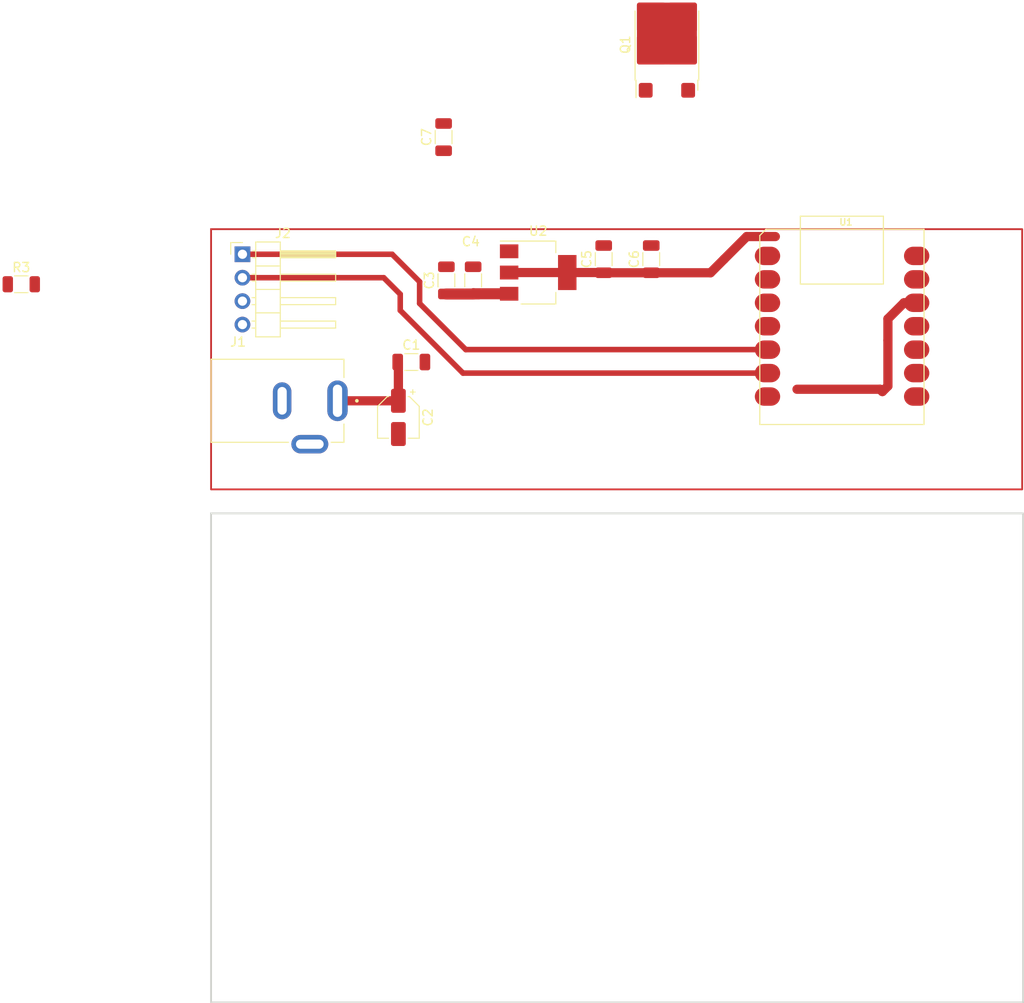
<source format=kicad_pcb>
(kicad_pcb (version 20221018) (generator pcbnew)
  (layers (0 "F.Cu" signal) (31 "B.Cu" signal) (34 "B.Paste" user) (35 "F.Paste" user) (36 "B.SilkS" user "B.Silkscreen") (37 "F.SilkS" user "F.Silkscreen") (38 "B.Mask" user) (39 "F.Mask" user) (44 "Edge.Cuts" user))
  (net 0 "")
  (net 1 "Heating Element")
  (net 2 "GNDREF")
  (net 3 "VDC")
  (net 4 "+3V3")
  (net 5 "Gate")
  (net 6 "VDivider_Ref")
  (net 10 "SDA")
  (net 11 "SCL")
  (net 17 "+5V")
  (footprint "Xiao-ESP32S3:MOUDLE14P-SMD-2.54-21X17.8MM" (layer "F.Cu") (at 161.065 59.91925)
    (fp_text reference "U1" (at 9.3345 -21.7805) (layer "F.SilkS") (effects (font (size 0.7 0.7))))
    (fp_text value "MOUDLE-SEEEDUINO-XIAO-ESP32S3")
    (fp_line (start 0 -20.3285) (end 0 0.15) (stroke (width 0.127)) (layer "F.SilkS"))
    (fp_line (start 0 0.15) (end 17.8 0.15) (stroke (width 0.127)) (layer "F.SilkS"))
    (fp_line (start 0.671541 -21) (end 0 -20.3285) (stroke (width 0.127)) (layer "F.SilkS"))
    (fp_line (start 4.396 -15.072) (end 4.396 -22.425) (stroke (width 0.127)) (layer "F.SilkS"))
    (fp_line (start 4.4 -22.424) (end 13.395 -22.424) (stroke (width 0.127)) (layer "F.SilkS"))
    (fp_line (start 13.395 -22.424) (end 13.395 -15.072) (stroke (width 0.127)) (layer "F.SilkS"))
    (fp_line (start 13.395 -15.072) (end 4.396 -15.072) (stroke (width 0.127)) (layer "F.SilkS"))
    (fp_line (start 17.8 -21) (end 0.671541 -21) (stroke (width 0.127)) (layer "F.SilkS"))
    (fp_line (start 17.8 0.15) (end 17.8 -21) (stroke (width 0.127)) (layer "F.SilkS"))
    (pad "1" smd roundrect (at 0.835 -18.12) (size 2.75 2) (layers "F.Cu" "F.Paste" "F.Mask") (roundrect_rratio 0.5) (net 6 "VDivider_Ref"))
    (pad "2" smd roundrect (at 0.835 -15.58) (size 2.75 2) (layers "F.Cu" "F.Paste" "F.Mask") (roundrect_rratio 0.5))
    (pad "3" smd roundrect (at 0.835 -13.04) (size 2.75 2) (layers "F.Cu" "F.Paste" "F.Mask") (roundrect_rratio 0.5))
    (pad "4" smd roundrect (at 0.835 -10.5) (size 2.75 2) (layers "F.Cu" "F.Paste" "F.Mask") (roundrect_rratio 0.5))
    (pad "5" smd roundrect (at 0.835 -7.96) (size 2.75 2) (layers "F.Cu" "F.Paste" "F.Mask") (roundrect_rratio 0.5) (net 10 "SDA"))
    (pad "6" smd roundrect (at 0.835 -5.42) (size 2.75 2) (layers "F.Cu" "F.Paste" "F.Mask") (roundrect_rratio 0.5) (net 11 "SCL"))
    (pad "7" smd roundrect (at 0.835 -2.88) (size 2.75 2) (layers "F.Cu" "F.Paste" "F.Mask") (roundrect_rratio 0.5))
    (pad "8" smd roundrect (at 17 -2.88) (size 2.75 2) (layers "F.Cu" "F.Paste" "F.Mask") (roundrect_rratio 0.5))
    (pad "9" smd roundrect (at 17 -5.42) (size 2.75 2) (layers "F.Cu" "F.Paste" "F.Mask") (roundrect_rratio 0.5))
    (pad "10" smd roundrect (at 17 -7.96) (size 2.75 2) (layers "F.Cu" "F.Paste" "F.Mask") (roundrect_rratio 0.5))
    (pad "11" smd roundrect (at 17 -10.5) (size 2.75 2) (layers "F.Cu" "F.Paste" "F.Mask") (roundrect_rratio 0.5))
    (pad "12" smd roundrect (at 17 -13.04) (size 2.75 2) (layers "F.Cu" "F.Paste" "F.Mask") (roundrect_rratio 0.5) (net 4 "+3V3"))
    (pad "13" smd roundrect (at 17 -15.58) (size 2.75 2) (layers "F.Cu" "F.Paste" "F.Mask") (roundrect_rratio 0.5) (net 2 "GNDREF"))
    (pad "14" smd roundrect (at 17 -18.12) (size 2.75 2) (layers "F.Cu" "F.Paste" "F.Mask") (roundrect_rratio 0.5) (net 17 "+5V"))
  )
  (footprint "Capacitor_SMD:C_1206_3216Metric" (layer "F.Cu") (at 144.15 42.15 90)
    (fp_text reference "C5" (at 0 -1.85 90) (layer "F.SilkS"))
    (fp_text value "22uF")
    (fp_line (start -0.711252 -0.91) (end 0.711252 -0.91) (stroke (width 0.12)) (layer "F.SilkS"))
    (fp_line (start -0.711252 0.91) (end 0.711252 0.91) (stroke (width 0.12)) (layer "F.SilkS"))
    (pad "1" smd roundrect (at -1.475 0 90) (size 1.15 1.8) (layers "F.Cu" "F.Paste" "F.Mask") (roundrect_rratio 0.217391) (net 4 "+3V3"))
    (pad "2" smd roundrect (at 1.475 0 90) (size 1.15 1.8) (layers "F.Cu" "F.Paste" "F.Mask") (roundrect_rratio 0.217391) (net 2 "GNDREF"))
  )
  (footprint "Package_TO_SOT_SMD:SOT-223-3_TabPin2" (layer "F.Cu") (at 137.05 43.6)
    (fp_text reference "U2" (at 0 -4.5) (layer "F.SilkS"))
    (fp_text value "AMS1117-3.3")
    (fp_line (start -4.1 -3.41) (end 1.91 -3.41) (stroke (width 0.12)) (layer "F.SilkS"))
    (fp_line (start -1.85 3.41) (end 1.91 3.41) (stroke (width 0.12)) (layer "F.SilkS"))
    (fp_line (start 1.91 -3.41) (end 1.91 -2.15) (stroke (width 0.12)) (layer "F.SilkS"))
    (fp_line (start 1.91 3.41) (end 1.91 2.15) (stroke (width 0.12)) (layer "F.SilkS"))
    (pad "1" smd rect (at -3.15 -2.3) (size 2 1.5) (layers "F.Cu" "F.Paste" "F.Mask") (net 2 "GNDREF"))
    (pad "2" smd rect (at -3.15 0) (size 2 1.5) (layers "F.Cu" "F.Paste" "F.Mask") (net 4 "+3V3"))
    (pad "2" smd rect (at 3.15 0) (size 2 3.8) (layers "F.Cu" "F.Paste" "F.Mask") (net 4 "+3V3"))
    (pad "3" smd rect (at -3.15 2.3) (size 2 1.5) (layers "F.Cu" "F.Paste" "F.Mask") (net 3 "VDC"))
  )
  (footprint "Resistor_SMD:R_1206_3216Metric" (layer "F.Cu") (at 81.03 44.87)
    (fp_text reference "R3" (at 0 -1.82) (layer "F.SilkS"))
    (fp_text value "R")
    (fp_line (start -0.727064 -0.91) (end 0.727064 -0.91) (stroke (width 0.12)) (layer "F.SilkS"))
    (fp_line (start -0.727064 0.91) (end 0.727064 0.91) (stroke (width 0.12)) (layer "F.SilkS"))
    (pad "1" smd roundrect (at -1.4625 0) (size 1.125 1.75) (layers "F.Cu" "F.Paste" "F.Mask") (roundrect_rratio 0.222222) (net 5 "Gate"))
    (pad "2" smd roundrect (at 1.4625 0) (size 1.125 1.75) (layers "F.Cu" "F.Paste" "F.Mask") (roundrect_rratio 0.222222) (net 2 "GNDREF"))
  )
  (footprint "Capacitor_SMD:C_1206_3216Metric" (layer "F.Cu") (at 126.8 28.925 90)
    (fp_text reference "C7" (at 0 -1.85 90) (layer "F.SilkS"))
    (fp_text value "1nF")
    (fp_line (start -0.711252 -0.91) (end 0.711252 -0.91) (stroke (width 0.12)) (layer "F.SilkS"))
    (fp_line (start -0.711252 0.91) (end 0.711252 0.91) (stroke (width 0.12)) (layer "F.SilkS"))
    (pad "1" smd roundrect (at -1.475 0 90) (size 1.15 1.8) (layers "F.Cu" "F.Paste" "F.Mask") (roundrect_rratio 0.217391) (net 1 "Heating Element"))
    (pad "2" smd roundrect (at 1.475 0 90) (size 1.15 1.8) (layers "F.Cu" "F.Paste" "F.Mask") (roundrect_rratio 0.217391) (net 1 "Heating Element"))
  )
  (footprint "Capacitor_SMD:C_1206_3216Metric" (layer "F.Cu") (at 130 44.45 90)
    (fp_text reference "C4" (at 4.2 -0.25 180) (layer "F.SilkS"))
    (fp_text value "100nF")
    (fp_line (start -0.711252 -0.91) (end 0.711252 -0.91) (stroke (width 0.12)) (layer "F.SilkS"))
    (fp_line (start -0.711252 0.91) (end 0.711252 0.91) (stroke (width 0.12)) (layer "F.SilkS"))
    (pad "1" smd roundrect (at -1.475 0 90) (size 1.15 1.8) (layers "F.Cu" "F.Paste" "F.Mask") (roundrect_rratio 0.217391) (net 3 "VDC"))
    (pad "2" smd roundrect (at 1.475 0 90) (size 1.15 1.8) (layers "F.Cu" "F.Paste" "F.Mask") (roundrect_rratio 0.217391) (net 2 "GNDREF"))
  )
  (footprint "DC-Jack-5A:XKB_DC-005-5A-2.0" (layer "F.Cu") (at 109.3 57.5)
    (fp_text reference "J1" (at -4.775 -6.385) (layer "F.SilkS"))
    (fp_text value "DC-005-5A-2.0")
    (fp_line (start -7.7 -4.5) (end 6.7 -4.5) (stroke (width 0.127)) (layer "F.SilkS"))
    (fp_line (start -7.7 4.5) (end -7.7 -4.5) (stroke (width 0.127)) (layer "F.SilkS"))
    (fp_line (start 0.68 4.5) (end -7.7 4.5) (stroke (width 0.127)) (layer "F.SilkS"))
    (fp_line (start 6.7 -4.5) (end 6.7 -2.52) (stroke (width 0.127)) (layer "F.SilkS"))
    (fp_line (start 6.7 4.5) (end 5.32 4.5) (stroke (width 0.127)) (layer "F.SilkS"))
    (fp_line (start 6.7 4.5) (end 6.7 2.52) (stroke (width 0.127)) (layer "F.SilkS"))
    (fp_circle (center 8.1 0) (end 8.2 0) (stroke (width 0.2)) (fill none) (layer "F.SilkS"))
    (pad "1" thru_hole oval (at 6 0) (size 2.2 4.4) (drill oval 1 3.5) (layers "*.Cu" "*.Mask") (net 1 "Heating Element"))
    (pad "2" thru_hole oval (at 0 0) (size 2 4) (drill oval 1 3) (layers "*.Cu" "*.Mask") (net 2 "GNDREF"))
    (pad "3" thru_hole oval (at 3 4.7) (size 4 2) (drill oval 3 1) (layers "*.Cu" "*.Mask") (net 2 "GNDREF"))
  )
  (footprint "Capacitor_SMD:C_1206_3216Metric" (layer "F.Cu") (at 149.3 42.15 90)
    (fp_text reference "C6" (at 0 -1.85 90) (layer "F.SilkS"))
    (fp_text value "100nF")
    (fp_line (start -0.711252 -0.91) (end 0.711252 -0.91) (stroke (width 0.12)) (layer "F.SilkS"))
    (fp_line (start -0.711252 0.91) (end 0.711252 0.91) (stroke (width 0.12)) (layer "F.SilkS"))
    (pad "1" smd roundrect (at -1.475 0 90) (size 1.15 1.8) (layers "F.Cu" "F.Paste" "F.Mask") (roundrect_rratio 0.217391) (net 4 "+3V3"))
    (pad "2" smd roundrect (at 1.475 0 90) (size 1.15 1.8) (layers "F.Cu" "F.Paste" "F.Mask") (roundrect_rratio 0.217391) (net 2 "GNDREF"))
  )
  (footprint "Connector_PinHeader_2.54mm:PinHeader_1x04_P2.54mm_Horizontal" (layer "F.Cu") (at 105 41.62)
    (fp_text reference "J2" (at 4.385 -2.27) (layer "F.SilkS"))
    (fp_text value "Conn_01x04_Pin")
    (fp_line (start -1.27 -1.27) (end 0 -1.27) (stroke (width 0.12)) (layer "F.SilkS"))
    (fp_line (start -1.27 0) (end -1.27 -1.27) (stroke (width 0.12)) (layer "F.SilkS"))
    (fp_line (start 1.042929 2.16) (end 1.44 2.16) (stroke (width 0.12)) (layer "F.SilkS"))
    (fp_line (start 1.042929 2.92) (end 1.44 2.92) (stroke (width 0.12)) (layer "F.SilkS"))
    (fp_line (start 1.042929 4.7) (end 1.44 4.7) (stroke (width 0.12)) (layer "F.SilkS"))
    (fp_line (start 1.042929 5.46) (end 1.44 5.46) (stroke (width 0.12)) (layer "F.SilkS"))
    (fp_line (start 1.042929 7.24) (end 1.44 7.24) (stroke (width 0.12)) (layer "F.SilkS"))
    (fp_line (start 1.042929 8) (end 1.44 8) (stroke (width 0.12)) (layer "F.SilkS"))
    (fp_line (start 1.11 -0.38) (end 1.44 -0.38) (stroke (width 0.12)) (layer "F.SilkS"))
    (fp_line (start 1.11 0.38) (end 1.44 0.38) (stroke (width 0.12)) (layer "F.SilkS"))
    (fp_line (start 1.44 -1.33) (end 1.44 8.95) (stroke (width 0.12)) (layer "F.SilkS"))
    (fp_line (start 1.44 1.27) (end 4.1 1.27) (stroke (width 0.12)) (layer "F.SilkS"))
    (fp_line (start 1.44 3.81) (end 4.1 3.81) (stroke (width 0.12)) (layer "F.SilkS"))
    (fp_line (start 1.44 6.35) (end 4.1 6.35) (stroke (width 0.12)) (layer "F.SilkS"))
    (fp_line (start 1.44 8.95) (end 4.1 8.95) (stroke (width 0.12)) (layer "F.SilkS"))
    (fp_line (start 4.1 -1.33) (end 1.44 -1.33) (stroke (width 0.12)) (layer "F.SilkS"))
    (fp_line (start 4.1 -0.38) (end 10.1 -0.38) (stroke (width 0.12)) (layer "F.SilkS"))
    (fp_line (start 4.1 -0.32) (end 10.1 -0.32) (stroke (width 0.12)) (layer "F.SilkS"))
    (fp_line (start 4.1 -0.2) (end 10.1 -0.2) (stroke (width 0.12)) (layer "F.SilkS"))
    (fp_line (start 4.1 -0.08) (end 10.1 -0.08) (stroke (width 0.12)) (layer "F.SilkS"))
    (fp_line (start 4.1 0.04) (end 10.1 0.04) (stroke (width 0.12)) (layer "F.SilkS"))
    (fp_line (start 4.1 0.16) (end 10.1 0.16) (stroke (width 0.12)) (layer "F.SilkS"))
    (fp_line (start 4.1 0.28) (end 10.1 0.28) (stroke (width 0.12)) (layer "F.SilkS"))
    (fp_line (start 4.1 2.16) (end 10.1 2.16) (stroke (width 0.12)) (layer "F.SilkS"))
    (fp_line (start 4.1 4.7) (end 10.1 4.7) (stroke (width 0.12)) (layer "F.SilkS"))
    (fp_line (start 4.1 7.24) (end 10.1 7.24) (stroke (width 0.12)) (layer "F.SilkS"))
    (fp_line (start 4.1 8.95) (end 4.1 -1.33) (stroke (width 0.12)) (layer "F.SilkS"))
    (fp_line (start 10.1 -0.38) (end 10.1 0.38) (stroke (width 0.12)) (layer "F.SilkS"))
    (fp_line (start 10.1 0.38) (end 4.1 0.38) (stroke (width 0.12)) (layer "F.SilkS"))
    (fp_line (start 10.1 2.16) (end 10.1 2.92) (stroke (width 0.12)) (layer "F.SilkS"))
    (fp_line (start 10.1 2.92) (end 4.1 2.92) (stroke (width 0.12)) (layer "F.SilkS"))
    (fp_line (start 10.1 4.7) (end 10.1 5.46) (stroke (width 0.12)) (layer "F.SilkS"))
    (fp_line (start 10.1 5.46) (end 4.1 5.46) (stroke (width 0.12)) (layer "F.SilkS"))
    (fp_line (start 10.1 7.24) (end 10.1 8) (stroke (width 0.12)) (layer "F.SilkS"))
    (fp_line (start 10.1 8) (end 4.1 8) (stroke (width 0.12)) (layer "F.SilkS"))
    (pad "1" thru_hole rect (at 0 0) (size 1.7 1.7) (drill 1) (layers "*.Cu" "*.Mask") (net 10 "SDA"))
    (pad "2" thru_hole oval (at 0 2.54) (size 1.7 1.7) (drill 1) (layers "*.Cu" "*.Mask") (net 11 "SCL"))
    (pad "3" thru_hole oval (at 0 5.08) (size 1.7 1.7) (drill 1) (layers "*.Cu" "*.Mask") (net 4 "+3V3"))
    (pad "4" thru_hole oval (at 0 7.62) (size 1.7 1.7) (drill 1) (layers "*.Cu" "*.Mask") (net 2 "GNDREF"))
  )
  (footprint "Package_TO_SOT_SMD:ATPAK-2" (layer "F.Cu") (at 151 18.9 90)
    (fp_text reference "Q1" (at 0 -4.5 90) (layer "F.SilkS"))
    (fp_text value "NMOS")
    (fp_line (start -3.85 -3.45) (end -3.85 -3.35) (stroke (width 0.12)) (layer "F.SilkS"))
    (fp_line (start -3.85 -3.35) (end -5.75 -3.35) (stroke (width 0.12)) (layer "F.SilkS"))
    (fp_line (start -3.85 3.35) (end -4.95 3.35) (stroke (width 0.12)) (layer "F.SilkS"))
    (fp_line (start -3.85 3.45) (end -3.85 3.35) (stroke (width 0.12)) (layer "F.SilkS"))
    (fp_line (start 3.65 -3.45) (end -3.85 -3.45) (stroke (width 0.12)) (layer "F.SilkS"))
    (fp_line (start 3.65 3.45) (end -3.85 3.45) (stroke (width 0.12)) (layer "F.SilkS"))
    (pad "1" smd roundrect (at -4.95 -2.3 90) (size 1.6 1.5) (layers "F.Cu" "F.Paste" "F.Mask") (roundrect_rratio 0.166667) (net 1 "Heating Element"))
    (pad "2" smd roundrect (at -0.55 -1.7 90) (size 3.2 3.1) (layers "F.Cu" "F.Paste") (roundrect_rratio 0.080645) (net 5 "Gate"))
    (pad "2" smd roundrect (at -0.55 1.7 90) (size 3.2 3.1) (layers "F.Cu" "F.Paste") (roundrect_rratio 0.080645) (net 5 "Gate"))
    (pad "2" smd roundrect (at 1.2 0 90) (size 6.7 6.5) (layers "F.Cu" "F.Mask") (roundrect_rratio 0.038462) (net 5 "Gate"))
    (pad "2" smd roundrect (at 2.95 -1.7 90) (size 3.2 3.1) (layers "F.Cu" "F.Paste") (roundrect_rratio 0.080645) (net 5 "Gate"))
    (pad "2" smd roundrect (at 2.95 1.7 90) (size 3.2 3.1) (layers "F.Cu" "F.Paste") (roundrect_rratio 0.080645) (net 5 "Gate"))
    (pad "3" smd roundrect (at -4.95 2.3 90) (size 1.6 1.5) (layers "F.Cu" "F.Paste" "F.Mask") (roundrect_rratio 0.166667) (net 2 "GNDREF"))
  )
  (footprint "Capacitor_SMD:C_1206_3216Metric" (layer "F.Cu") (at 123.3 53.3)
    (fp_text reference "C1" (at 0 -1.85) (layer "F.SilkS"))
    (fp_text value "100nF")
    (fp_line (start -0.711252 -0.91) (end 0.711252 -0.91) (stroke (width 0.12)) (layer "F.SilkS"))
    (fp_line (start -0.711252 0.91) (end 0.711252 0.91) (stroke (width 0.12)) (layer "F.SilkS"))
    (pad "1" smd roundrect (at -1.475 0) (size 1.15 1.8) (layers "F.Cu" "F.Paste" "F.Mask") (roundrect_rratio 0.217391) (net 1 "Heating Element"))
    (pad "2" smd roundrect (at 1.475 0) (size 1.15 1.8) (layers "F.Cu" "F.Paste" "F.Mask") (roundrect_rratio 0.217391) (net 2 "GNDREF"))
  )
  (footprint "Capacitor_SMD:CP_Elec_4x4.5" (layer "F.Cu") (at 121.9 59.3 -90)
    (fp_text reference "C2" (at 0 -3.2 90) (layer "F.SilkS"))
    (fp_text value "100uF")
    (fp_line (start -3 -1.56) (end -2.5 -1.56) (stroke (width 0.12)) (layer "F.SilkS"))
    (fp_line (start -2.75 -1.81) (end -2.75 -1.31) (stroke (width 0.12)) (layer "F.SilkS"))
    (fp_line (start -2.26 -1.195563) (end -2.26 -1.06) (stroke (width 0.12)) (layer "F.SilkS"))
    (fp_line (start -2.26 -1.195563) (end -1.195563 -2.26) (stroke (width 0.12)) (layer "F.SilkS"))
    (fp_line (start -2.26 1.195563) (end -2.26 1.06) (stroke (width 0.12)) (layer "F.SilkS"))
    (fp_line (start -2.26 1.195563) (end -1.195563 2.26) (stroke (width 0.12)) (layer "F.SilkS"))
    (fp_line (start -1.195563 -2.26) (end 2.26 -2.26) (stroke (width 0.12)) (layer "F.SilkS"))
    (fp_line (start -1.195563 2.26) (end 2.26 2.26) (stroke (width 0.12)) (layer "F.SilkS"))
    (fp_line (start 2.26 -2.26) (end 2.26 -1.06) (stroke (width 0.12)) (layer "F.SilkS"))
    (fp_line (start 2.26 2.26) (end 2.26 1.06) (stroke (width 0.12)) (layer "F.SilkS"))
    (pad "1" smd roundrect (at -1.8 0 270) (size 2.6 1.6) (layers "F.Cu" "F.Paste" "F.Mask") (roundrect_rratio 0.15625) (net 1 "Heating Element"))
    (pad "2" smd roundrect (at 1.8 0 270) (size 2.6 1.6) (layers "F.Cu" "F.Paste" "F.Mask") (roundrect_rratio 0.15625) (net 2 "GNDREF"))
  )
  (footprint "Capacitor_SMD:C_1206_3216Metric" (layer "F.Cu") (at 127.1 44.45 90)
    (fp_text reference "C3" (at 0 -1.85 90) (layer "F.SilkS"))
    (fp_text value "22uF")
    (fp_line (start -0.711252 -0.91) (end 0.711252 -0.91) (stroke (width 0.12)) (layer "F.SilkS"))
    (fp_line (start -0.711252 0.91) (end 0.711252 0.91) (stroke (width 0.12)) (layer "F.SilkS"))
    (pad "1" smd roundrect (at -1.475 0 90) (size 1.15 1.8) (layers "F.Cu" "F.Paste" "F.Mask") (roundrect_rratio 0.217391) (net 3 "VDC"))
    (pad "2" smd roundrect (at 1.475 0 90) (size 1.15 1.8) (layers "F.Cu" "F.Paste" "F.Mask") (roundrect_rratio 0.217391) (net 2 "GNDREF"))
  )
  (gr_rect (start 101.6 38.9) (end 189.5 67.1) (stroke (width 0.2)) (fill none) (layer "F.Cu"))
  (gr_rect (start 101.6 69.7) (end 189.6 122.7) (stroke (width 0.2)) (fill none) (layer "Edge.Cuts"))
  (segment (start 115.3 57.5) (end 121.9 57.5) (width 1) (layer "F.Cu") (net 1))
  (segment (start 121.9 53.375) (end 121.825 53.3) (width 1) (layer "F.Cu") (net 1))
  (segment (start 121.9 57.5) (end 121.9 53.375) (width 1) (layer "F.Cu") (net 1))
  (segment (start 133.9 45.9) (end 130.025 45.9) (width 1.2) (layer "F.Cu") (net 3))
  (segment (start 130.025 45.9) (end 130 45.925) (width 1.2) (layer "F.Cu") (net 3))
  (segment (start 130 45.925) (end 127.1 45.925) (width 1.2) (layer "F.Cu") (net 3))
  (segment (start 178.065 46.87925) (end 176.69 46.87925) (width 1) (layer "F.Cu") (net 4))
  (segment (start 174.95 50.95) (end 174.95 55.9) (width 1) (layer "F.Cu") (net 4))
  (segment (start 155.725 43.625) (end 157.2 42.15) (width 1) (layer "F.Cu") (net 4))
  (segment (start 174.95 55.9) (end 174.35 56.5) (width 1) (layer "F.Cu") (net 4))
  (segment (start 140.2 43.6) (end 144.125 43.6) (width 1) (layer "F.Cu") (net 4))
  (segment (start 174.1 56.25) (end 165.1 56.25) (width 1) (layer "F.Cu") (net 4))
  (segment (start 176.69 46.87925) (end 174.95 48.61925) (width 1) (layer "F.Cu") (net 4))
  (segment (start 144.125 43.6) (end 144.15 43.625) (width 1) (layer "F.Cu") (net 4))
  (segment (start 144.15 43.625) (end 149.3 43.625) (width 1) (layer "F.Cu") (net 4))
  (segment (start 174.35 56.5) (end 174.1 56.25) (width 1) (layer "F.Cu") (net 4))
  (segment (start 140.2 43.6) (end 133.9 43.6) (width 1) (layer "F.Cu") (net 4))
  (segment (start 149.3 43.625) (end 155.725 43.625) (width 1) (layer "F.Cu") (net 4))
  (segment (start 157.2 42.15) (end 159.65 39.7) (width 1) (layer "F.Cu") (net 4))
  (segment (start 174.95 48.61925) (end 174.95 50.95) (width 1) (layer "F.Cu") (net 4))
  (segment (start 159.65 39.7) (end 162.75 39.7) (width 1) (layer "F.Cu") (net 4))
  (segment (start 121.22 41.62) (end 124.2 44.6) (width 0.6) (layer "F.Cu") (net 10))
  (segment (start 129.2 51.95) (end 161.89075 51.95) (width 0.6) (layer "F.Cu") (net 10))
  (segment (start 124.2 44.6) (end 124.2 46.95) (width 0.6) (layer "F.Cu") (net 10))
  (segment (start 161.89075 51.95) (end 161.9 51.95925) (width 0.6) (layer "F.Cu") (net 10))
  (segment (start 124.2 46.95) (end 129.2 51.95) (width 0.6) (layer "F.Cu") (net 10))
  (segment (start 105 41.62) (end 121.22 41.62) (width 0.6) (layer "F.Cu") (net 10))
  (segment (start 122.1 47.7) (end 128.89925 54.49925) (width 0.6) (layer "F.Cu") (net 11))
  (segment (start 128.89925 54.49925) (end 161.9 54.49925) (width 0.6) (layer "F.Cu") (net 11))
  (segment (start 122.1 45.95) (end 122.1 47.7) (width 0.6) (layer "F.Cu") (net 11))
  (segment (start 120.31 44.16) (end 122.1 45.95) (width 0.6) (layer "F.Cu") (net 11))
  (segment (start 105 44.16) (end 120.31 44.16) (width 0.6) (layer "F.Cu") (net 11))
)
</source>
